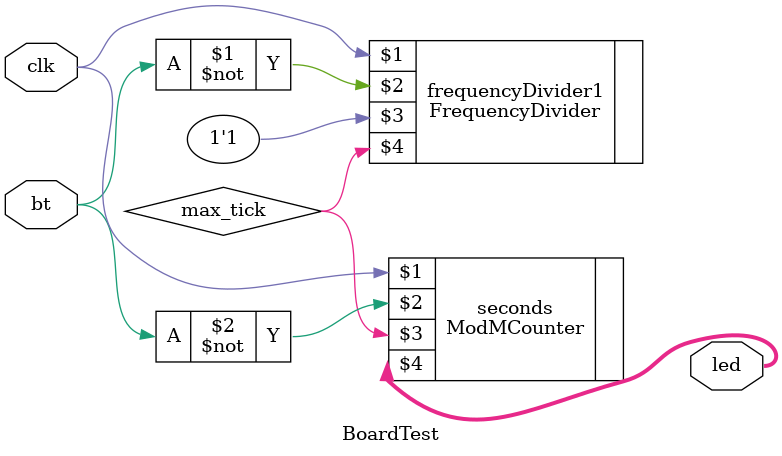
<source format=v>

`timescale 1ns / 1ps

module BoardTest( input wire clk, input wire [0:0] bt, output wire [7:0] led );

	wire max_tick;
	
	FrequencyDivider #( 12000000, 24 ) frequencyDivider1 ( clk, ~bt[0], 1'b1, max_tick );

	ModMCounter #( 256, 8 ) seconds ( clk, ~bt[0], max_tick, led[7:0] );

endmodule

</source>
